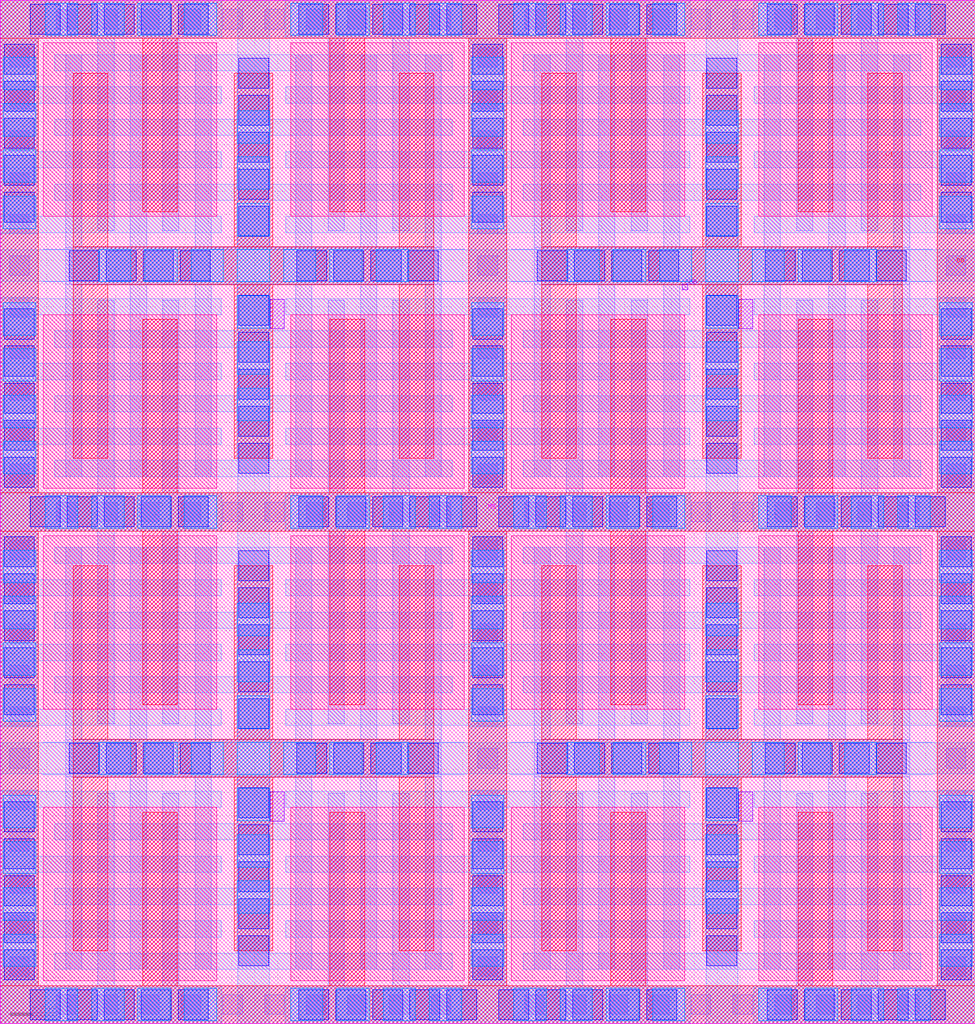
<source format=lef>
# Copyright 2020 The SkyWater PDK Authors
#
# Licensed under the Apache License, Version 2.0 (the "License");
# you may not use this file except in compliance with the License.
# You may obtain a copy of the License at
#
#     https://www.apache.org/licenses/LICENSE-2.0
#
# Unless required by applicable law or agreed to in writing, software
# distributed under the License is distributed on an "AS IS" BASIS,
# WITHOUT WARRANTIES OR CONDITIONS OF ANY KIND, either express or implied.
# See the License for the specific language governing permissions and
# limitations under the License.
#
# SPDX-License-Identifier: Apache-2.0

VERSION 5.7 ;
  NOWIREEXTENSIONATPIN ON ;
  DIVIDERCHAR "/" ;
  BUSBITCHARS "[]" ;
MACRO sky130_fd_pr__cap_vpp_04p4x04p6_m1m2m3_shieldl1m5_floatm4_top
  CLASS BLOCK ;
  FOREIGN sky130_fd_pr__cap_vpp_04p4x04p6_m1m2m3_shieldl1m5_floatm4_top ;
  ORIGIN  0.000000  0.000000 ;
  SIZE  8.430000 BY  8.850000 ;
  PIN C0
    PORT
      LAYER met3 ;
        RECT 0.000000 0.000000 8.430000 0.330000 ;
        RECT 0.000000 0.330000 0.330000 4.260000 ;
        RECT 0.000000 4.260000 8.430000 4.590000 ;
        RECT 0.000000 4.590000 0.330000 8.520000 ;
        RECT 0.000000 8.520000 8.430000 8.850000 ;
        RECT 1.230000 0.330000 1.530000 1.830000 ;
        RECT 1.230000 2.760000 1.530000 4.260000 ;
        RECT 1.230000 4.590000 1.530000 6.090000 ;
        RECT 1.230000 7.020000 1.530000 8.520000 ;
        RECT 2.850000 0.330000 3.150000 1.830000 ;
        RECT 2.850000 2.760000 3.150000 4.260000 ;
        RECT 2.850000 4.590000 3.150000 6.090000 ;
        RECT 2.850000 7.020000 3.150000 8.520000 ;
        RECT 4.050000 0.330000 4.380000 4.260000 ;
        RECT 4.050000 4.590000 4.380000 8.520000 ;
        RECT 5.280000 0.330000 5.580000 1.830000 ;
        RECT 5.280000 2.760000 5.580000 4.260000 ;
        RECT 5.280000 4.590000 5.580000 6.090000 ;
        RECT 5.280000 7.020000 5.580000 8.520000 ;
        RECT 6.900000 0.330000 7.200000 1.830000 ;
        RECT 6.900000 2.760000 7.200000 4.260000 ;
        RECT 6.900000 4.590000 7.200000 6.090000 ;
        RECT 6.900000 7.020000 7.200000 8.520000 ;
        RECT 8.100000 0.330000 8.430000 4.260000 ;
        RECT 8.100000 4.590000 8.430000 8.520000 ;
    END
  END C0
  PIN C1
    PORT
      LAYER met3 ;
        RECT 0.630000 0.630000 0.930000 2.130000 ;
        RECT 0.630000 2.130000 3.750000 2.460000 ;
        RECT 0.630000 2.460000 0.930000 3.960000 ;
        RECT 0.630000 4.890000 0.930000 6.390000 ;
        RECT 0.630000 6.390000 3.750000 6.720000 ;
        RECT 0.630000 6.720000 0.930000 8.220000 ;
        RECT 2.025000 0.630000 2.355000 2.130000 ;
        RECT 2.025000 2.460000 2.355000 3.960000 ;
        RECT 2.025000 4.890000 2.355000 6.390000 ;
        RECT 2.025000 6.720000 2.355000 8.220000 ;
        RECT 3.450000 0.630000 3.750000 2.130000 ;
        RECT 3.450000 2.460000 3.750000 3.960000 ;
        RECT 3.450000 4.890000 3.750000 6.390000 ;
        RECT 3.450000 6.720000 3.750000 8.220000 ;
        RECT 4.680000 0.630000 4.980000 2.130000 ;
        RECT 4.680000 2.130000 7.800000 2.460000 ;
        RECT 4.680000 2.460000 4.980000 3.960000 ;
        RECT 4.680000 4.890000 4.980000 6.390000 ;
        RECT 4.680000 6.390000 7.800000 6.720000 ;
        RECT 4.680000 6.720000 4.980000 8.220000 ;
        RECT 6.075000 0.630000 6.405000 2.130000 ;
        RECT 6.075000 2.460000 6.405000 3.960000 ;
        RECT 6.075000 4.890000 6.405000 6.390000 ;
        RECT 6.075000 6.720000 6.405000 8.220000 ;
        RECT 7.500000 0.630000 7.800000 2.130000 ;
        RECT 7.500000 2.460000 7.800000 3.960000 ;
        RECT 7.500000 4.890000 7.800000 6.390000 ;
        RECT 7.500000 6.720000 7.800000 8.220000 ;
    END
  END C1
  PIN M5
    PORT
      LAYER met5 ;
        RECT 0.000000 0.000000 8.430000 8.850000 ;
    END
  END M5
  PIN SUB
    PORT
      LAYER pwell ;
        RECT 5.895000 6.345000 5.945000 6.395000 ;
    END
  END SUB
  OBS
    LAYER li1 ;
      RECT 0.000000 0.000000 8.430000 8.850000 ;
    LAYER mcon ;
      RECT 0.080000 0.410000 0.250000 0.580000 ;
      RECT 0.080000 0.770000 0.250000 0.940000 ;
      RECT 0.080000 1.130000 0.250000 1.300000 ;
      RECT 0.080000 1.490000 0.250000 1.660000 ;
      RECT 0.080000 1.850000 0.250000 2.020000 ;
      RECT 0.080000 2.210000 0.250000 2.380000 ;
      RECT 0.080000 2.570000 0.250000 2.740000 ;
      RECT 0.080000 2.930000 0.250000 3.100000 ;
      RECT 0.080000 3.290000 0.250000 3.460000 ;
      RECT 0.080000 3.650000 0.250000 3.820000 ;
      RECT 0.080000 4.010000 0.250000 4.180000 ;
      RECT 0.080000 4.670000 0.250000 4.840000 ;
      RECT 0.080000 5.030000 0.250000 5.200000 ;
      RECT 0.080000 5.390000 0.250000 5.560000 ;
      RECT 0.080000 5.750000 0.250000 5.920000 ;
      RECT 0.080000 6.110000 0.250000 6.280000 ;
      RECT 0.080000 6.470000 0.250000 6.640000 ;
      RECT 0.080000 6.830000 0.250000 7.000000 ;
      RECT 0.080000 7.190000 0.250000 7.360000 ;
      RECT 0.080000 7.550000 0.250000 7.720000 ;
      RECT 0.080000 7.910000 0.250000 8.080000 ;
      RECT 0.080000 8.270000 0.250000 8.440000 ;
      RECT 0.485000 0.080000 0.655000 0.250000 ;
      RECT 0.485000 4.340000 0.655000 4.510000 ;
      RECT 0.485000 8.600000 0.655000 8.770000 ;
      RECT 0.845000 0.080000 1.015000 0.250000 ;
      RECT 0.845000 4.340000 1.015000 4.510000 ;
      RECT 0.845000 8.600000 1.015000 8.770000 ;
      RECT 1.205000 0.080000 1.375000 0.250000 ;
      RECT 1.205000 4.340000 1.375000 4.510000 ;
      RECT 1.205000 8.600000 1.375000 8.770000 ;
      RECT 1.565000 0.080000 1.735000 0.250000 ;
      RECT 1.565000 4.340000 1.735000 4.510000 ;
      RECT 1.565000 8.600000 1.735000 8.770000 ;
      RECT 1.925000 0.080000 2.095000 0.250000 ;
      RECT 1.925000 4.340000 2.095000 4.510000 ;
      RECT 1.925000 8.600000 2.095000 8.770000 ;
      RECT 2.285000 0.080000 2.455000 0.250000 ;
      RECT 2.285000 4.340000 2.455000 4.510000 ;
      RECT 2.285000 8.600000 2.455000 8.770000 ;
      RECT 2.645000 0.080000 2.815000 0.250000 ;
      RECT 2.645000 4.340000 2.815000 4.510000 ;
      RECT 2.645000 8.600000 2.815000 8.770000 ;
      RECT 3.005000 0.080000 3.175000 0.250000 ;
      RECT 3.005000 4.340000 3.175000 4.510000 ;
      RECT 3.005000 8.600000 3.175000 8.770000 ;
      RECT 3.365000 0.080000 3.535000 0.250000 ;
      RECT 3.365000 4.340000 3.535000 4.510000 ;
      RECT 3.365000 8.600000 3.535000 8.770000 ;
      RECT 3.725000 0.080000 3.895000 0.250000 ;
      RECT 3.725000 4.340000 3.895000 4.510000 ;
      RECT 3.725000 8.600000 3.895000 8.770000 ;
      RECT 4.130000 0.410000 4.300000 0.580000 ;
      RECT 4.130000 0.770000 4.300000 0.940000 ;
      RECT 4.130000 1.130000 4.300000 1.300000 ;
      RECT 4.130000 1.490000 4.300000 1.660000 ;
      RECT 4.130000 1.850000 4.300000 2.020000 ;
      RECT 4.130000 2.210000 4.300000 2.380000 ;
      RECT 4.130000 2.570000 4.300000 2.740000 ;
      RECT 4.130000 2.930000 4.300000 3.100000 ;
      RECT 4.130000 3.290000 4.300000 3.460000 ;
      RECT 4.130000 3.650000 4.300000 3.820000 ;
      RECT 4.130000 4.010000 4.300000 4.180000 ;
      RECT 4.130000 4.670000 4.300000 4.840000 ;
      RECT 4.130000 5.030000 4.300000 5.200000 ;
      RECT 4.130000 5.390000 4.300000 5.560000 ;
      RECT 4.130000 5.750000 4.300000 5.920000 ;
      RECT 4.130000 6.110000 4.300000 6.280000 ;
      RECT 4.130000 6.470000 4.300000 6.640000 ;
      RECT 4.130000 6.830000 4.300000 7.000000 ;
      RECT 4.130000 7.190000 4.300000 7.360000 ;
      RECT 4.130000 7.550000 4.300000 7.720000 ;
      RECT 4.130000 7.910000 4.300000 8.080000 ;
      RECT 4.130000 8.270000 4.300000 8.440000 ;
      RECT 4.535000 0.080000 4.705000 0.250000 ;
      RECT 4.535000 4.340000 4.705000 4.510000 ;
      RECT 4.535000 8.600000 4.705000 8.770000 ;
      RECT 4.895000 0.080000 5.065000 0.250000 ;
      RECT 4.895000 4.340000 5.065000 4.510000 ;
      RECT 4.895000 8.600000 5.065000 8.770000 ;
      RECT 5.255000 0.080000 5.425000 0.250000 ;
      RECT 5.255000 4.340000 5.425000 4.510000 ;
      RECT 5.255000 8.600000 5.425000 8.770000 ;
      RECT 5.615000 0.080000 5.785000 0.250000 ;
      RECT 5.615000 4.340000 5.785000 4.510000 ;
      RECT 5.615000 8.600000 5.785000 8.770000 ;
      RECT 5.975000 0.080000 6.145000 0.250000 ;
      RECT 5.975000 4.340000 6.145000 4.510000 ;
      RECT 5.975000 8.600000 6.145000 8.770000 ;
      RECT 6.335000 0.080000 6.505000 0.250000 ;
      RECT 6.335000 4.340000 6.505000 4.510000 ;
      RECT 6.335000 8.600000 6.505000 8.770000 ;
      RECT 6.695000 0.080000 6.865000 0.250000 ;
      RECT 6.695000 4.340000 6.865000 4.510000 ;
      RECT 6.695000 8.600000 6.865000 8.770000 ;
      RECT 7.055000 0.080000 7.225000 0.250000 ;
      RECT 7.055000 4.340000 7.225000 4.510000 ;
      RECT 7.055000 8.600000 7.225000 8.770000 ;
      RECT 7.415000 0.080000 7.585000 0.250000 ;
      RECT 7.415000 4.340000 7.585000 4.510000 ;
      RECT 7.415000 8.600000 7.585000 8.770000 ;
      RECT 7.775000 0.080000 7.945000 0.250000 ;
      RECT 7.775000 4.340000 7.945000 4.510000 ;
      RECT 7.775000 8.600000 7.945000 8.770000 ;
      RECT 8.180000 0.410000 8.350000 0.580000 ;
      RECT 8.180000 0.770000 8.350000 0.940000 ;
      RECT 8.180000 1.130000 8.350000 1.300000 ;
      RECT 8.180000 1.490000 8.350000 1.660000 ;
      RECT 8.180000 1.850000 8.350000 2.020000 ;
      RECT 8.180000 2.210000 8.350000 2.380000 ;
      RECT 8.180000 2.570000 8.350000 2.740000 ;
      RECT 8.180000 2.930000 8.350000 3.100000 ;
      RECT 8.180000 3.290000 8.350000 3.460000 ;
      RECT 8.180000 3.650000 8.350000 3.820000 ;
      RECT 8.180000 4.010000 8.350000 4.180000 ;
      RECT 8.180000 4.670000 8.350000 4.840000 ;
      RECT 8.180000 5.030000 8.350000 5.200000 ;
      RECT 8.180000 5.390000 8.350000 5.560000 ;
      RECT 8.180000 5.750000 8.350000 5.920000 ;
      RECT 8.180000 6.110000 8.350000 6.280000 ;
      RECT 8.180000 6.470000 8.350000 6.640000 ;
      RECT 8.180000 6.830000 8.350000 7.000000 ;
      RECT 8.180000 7.190000 8.350000 7.360000 ;
      RECT 8.180000 7.550000 8.350000 7.720000 ;
      RECT 8.180000 7.910000 8.350000 8.080000 ;
      RECT 8.180000 8.270000 8.350000 8.440000 ;
    LAYER met1 ;
      RECT 0.000000 0.000000 8.430000 0.330000 ;
      RECT 0.000000 0.330000 0.330000 4.260000 ;
      RECT 0.000000 4.260000 8.430000 4.590000 ;
      RECT 0.000000 4.590000 0.330000 8.520000 ;
      RECT 0.000000 8.520000 8.430000 8.850000 ;
      RECT 0.565000 0.470000 0.705000 2.135000 ;
      RECT 0.565000 2.135000 3.815000 2.455000 ;
      RECT 0.565000 2.455000 0.705000 4.120000 ;
      RECT 0.565000 4.730000 0.705000 6.395000 ;
      RECT 0.565000 6.395000 3.815000 6.715000 ;
      RECT 0.565000 6.715000 0.705000 8.380000 ;
      RECT 0.845000 0.330000 0.985000 1.995000 ;
      RECT 0.845000 2.595000 0.985000 4.260000 ;
      RECT 0.845000 4.590000 0.985000 6.255000 ;
      RECT 0.845000 6.855000 0.985000 8.520000 ;
      RECT 1.125000 0.470000 1.265000 2.135000 ;
      RECT 1.125000 2.455000 1.265000 4.120000 ;
      RECT 1.125000 4.730000 1.265000 6.395000 ;
      RECT 1.125000 6.715000 1.265000 8.380000 ;
      RECT 1.405000 0.330000 1.545000 1.995000 ;
      RECT 1.405000 2.595000 1.545000 4.260000 ;
      RECT 1.405000 4.590000 1.545000 6.255000 ;
      RECT 1.405000 6.855000 1.545000 8.520000 ;
      RECT 1.685000 0.470000 1.825000 2.135000 ;
      RECT 1.685000 2.455000 1.825000 4.120000 ;
      RECT 1.685000 4.730000 1.825000 6.395000 ;
      RECT 1.685000 6.715000 1.825000 8.380000 ;
      RECT 2.055000 0.470000 2.325000 2.135000 ;
      RECT 2.055000 2.455000 2.325000 4.120000 ;
      RECT 2.055000 4.730000 2.325000 6.395000 ;
      RECT 2.055000 6.715000 2.325000 8.380000 ;
      RECT 2.555000 0.470000 2.695000 2.135000 ;
      RECT 2.555000 2.455000 2.695000 4.120000 ;
      RECT 2.555000 4.730000 2.695000 6.395000 ;
      RECT 2.555000 6.715000 2.695000 8.380000 ;
      RECT 2.835000 0.330000 2.975000 1.995000 ;
      RECT 2.835000 2.595000 2.975000 4.260000 ;
      RECT 2.835000 4.590000 2.975000 6.255000 ;
      RECT 2.835000 6.855000 2.975000 8.520000 ;
      RECT 3.115000 0.470000 3.255000 2.135000 ;
      RECT 3.115000 2.455000 3.255000 4.120000 ;
      RECT 3.115000 4.730000 3.255000 6.395000 ;
      RECT 3.115000 6.715000 3.255000 8.380000 ;
      RECT 3.395000 0.330000 3.535000 1.995000 ;
      RECT 3.395000 2.595000 3.535000 4.260000 ;
      RECT 3.395000 4.590000 3.535000 6.255000 ;
      RECT 3.395000 6.855000 3.535000 8.520000 ;
      RECT 3.675000 0.470000 3.815000 2.135000 ;
      RECT 3.675000 2.455000 3.815000 4.120000 ;
      RECT 3.675000 4.730000 3.815000 6.395000 ;
      RECT 3.675000 6.715000 3.815000 8.380000 ;
      RECT 4.050000 0.330000 4.380000 4.260000 ;
      RECT 4.050000 4.590000 4.380000 8.520000 ;
      RECT 4.615000 0.470000 4.755000 2.135000 ;
      RECT 4.615000 2.135000 7.865000 2.455000 ;
      RECT 4.615000 2.455000 4.755000 4.120000 ;
      RECT 4.615000 4.730000 4.755000 6.395000 ;
      RECT 4.615000 6.395000 7.865000 6.715000 ;
      RECT 4.615000 6.715000 4.755000 8.380000 ;
      RECT 4.895000 0.330000 5.035000 1.995000 ;
      RECT 4.895000 2.595000 5.035000 4.260000 ;
      RECT 4.895000 4.590000 5.035000 6.255000 ;
      RECT 4.895000 6.855000 5.035000 8.520000 ;
      RECT 5.175000 0.470000 5.315000 2.135000 ;
      RECT 5.175000 2.455000 5.315000 4.120000 ;
      RECT 5.175000 4.730000 5.315000 6.395000 ;
      RECT 5.175000 6.715000 5.315000 8.380000 ;
      RECT 5.455000 0.330000 5.595000 1.995000 ;
      RECT 5.455000 2.595000 5.595000 4.260000 ;
      RECT 5.455000 4.590000 5.595000 6.255000 ;
      RECT 5.455000 6.855000 5.595000 8.520000 ;
      RECT 5.735000 0.470000 5.875000 2.135000 ;
      RECT 5.735000 2.455000 5.875000 4.120000 ;
      RECT 5.735000 4.730000 5.875000 6.395000 ;
      RECT 5.735000 6.715000 5.875000 8.380000 ;
      RECT 6.105000 0.470000 6.375000 2.135000 ;
      RECT 6.105000 2.455000 6.375000 4.120000 ;
      RECT 6.105000 4.730000 6.375000 6.395000 ;
      RECT 6.105000 6.715000 6.375000 8.380000 ;
      RECT 6.605000 0.470000 6.745000 2.135000 ;
      RECT 6.605000 2.455000 6.745000 4.120000 ;
      RECT 6.605000 4.730000 6.745000 6.395000 ;
      RECT 6.605000 6.715000 6.745000 8.380000 ;
      RECT 6.885000 0.330000 7.025000 1.995000 ;
      RECT 6.885000 2.595000 7.025000 4.260000 ;
      RECT 6.885000 4.590000 7.025000 6.255000 ;
      RECT 6.885000 6.855000 7.025000 8.520000 ;
      RECT 7.165000 0.470000 7.305000 2.135000 ;
      RECT 7.165000 2.455000 7.305000 4.120000 ;
      RECT 7.165000 4.730000 7.305000 6.395000 ;
      RECT 7.165000 6.715000 7.305000 8.380000 ;
      RECT 7.445000 0.330000 7.585000 1.995000 ;
      RECT 7.445000 2.595000 7.585000 4.260000 ;
      RECT 7.445000 4.590000 7.585000 6.255000 ;
      RECT 7.445000 6.855000 7.585000 8.520000 ;
      RECT 7.725000 0.470000 7.865000 2.135000 ;
      RECT 7.725000 2.455000 7.865000 4.120000 ;
      RECT 7.725000 4.730000 7.865000 6.395000 ;
      RECT 7.725000 6.715000 7.865000 8.380000 ;
      RECT 8.100000 0.330000 8.430000 4.260000 ;
      RECT 8.100000 4.590000 8.430000 8.520000 ;
    LAYER met2 ;
      RECT 0.000000 0.000000 1.915000 0.330000 ;
      RECT 0.000000 0.330000 0.330000 0.750000 ;
      RECT 0.000000 0.750000 1.910000 0.890000 ;
      RECT 0.000000 0.890000 0.330000 1.310000 ;
      RECT 0.000000 1.310000 1.910000 1.450000 ;
      RECT 0.000000 1.450000 0.330000 1.870000 ;
      RECT 0.000000 1.870000 1.910000 2.010000 ;
      RECT 0.000000 2.010000 0.330000 2.020000 ;
      RECT 0.000000 2.160000 8.430000 2.430000 ;
      RECT 0.000000 2.570000 0.330000 2.580000 ;
      RECT 0.000000 2.580000 1.910000 2.720000 ;
      RECT 0.000000 2.720000 0.330000 3.140000 ;
      RECT 0.000000 3.140000 1.910000 3.280000 ;
      RECT 0.000000 3.280000 0.330000 3.700000 ;
      RECT 0.000000 3.700000 1.910000 3.840000 ;
      RECT 0.000000 3.840000 0.330000 4.260000 ;
      RECT 0.000000 4.260000 1.915000 4.590000 ;
      RECT 0.000000 4.590000 0.330000 5.010000 ;
      RECT 0.000000 5.010000 1.910000 5.150000 ;
      RECT 0.000000 5.150000 0.330000 5.570000 ;
      RECT 0.000000 5.570000 1.910000 5.710000 ;
      RECT 0.000000 5.710000 0.330000 6.130000 ;
      RECT 0.000000 6.130000 1.910000 6.270000 ;
      RECT 0.000000 6.270000 0.330000 6.280000 ;
      RECT 0.000000 6.420000 8.430000 6.690000 ;
      RECT 0.000000 6.830000 0.330000 6.840000 ;
      RECT 0.000000 6.840000 1.910000 6.980000 ;
      RECT 0.000000 6.980000 0.330000 7.400000 ;
      RECT 0.000000 7.400000 1.910000 7.540000 ;
      RECT 0.000000 7.540000 0.330000 7.960000 ;
      RECT 0.000000 7.960000 1.910000 8.100000 ;
      RECT 0.000000 8.100000 0.330000 8.520000 ;
      RECT 0.000000 8.520000 1.915000 8.850000 ;
      RECT 0.370000 2.155000 4.010000 2.160000 ;
      RECT 0.370000 2.430000 4.010000 2.435000 ;
      RECT 0.370000 6.415000 4.010000 6.420000 ;
      RECT 0.370000 6.690000 4.010000 6.695000 ;
      RECT 0.470000 0.470000 3.910000 0.610000 ;
      RECT 0.470000 1.030000 3.910000 1.170000 ;
      RECT 0.470000 1.590000 3.910000 1.730000 ;
      RECT 0.470000 2.860000 3.910000 3.000000 ;
      RECT 0.470000 3.420000 3.910000 3.560000 ;
      RECT 0.470000 3.980000 3.910000 4.120000 ;
      RECT 0.470000 4.730000 3.910000 4.870000 ;
      RECT 0.470000 5.290000 3.910000 5.430000 ;
      RECT 0.470000 5.850000 3.910000 5.990000 ;
      RECT 0.470000 7.120000 3.910000 7.260000 ;
      RECT 0.470000 7.680000 3.910000 7.820000 ;
      RECT 0.470000 8.240000 3.910000 8.380000 ;
      RECT 2.050000 0.610000 2.330000 1.030000 ;
      RECT 2.050000 1.170000 2.330000 1.590000 ;
      RECT 2.050000 1.730000 2.330000 2.155000 ;
      RECT 2.050000 2.435000 2.330000 2.860000 ;
      RECT 2.050000 3.000000 2.330000 3.420000 ;
      RECT 2.050000 3.560000 2.330000 3.980000 ;
      RECT 2.050000 4.870000 2.330000 5.290000 ;
      RECT 2.050000 5.430000 2.330000 5.850000 ;
      RECT 2.050000 5.990000 2.330000 6.415000 ;
      RECT 2.050000 6.695000 2.330000 7.120000 ;
      RECT 2.050000 7.260000 2.330000 7.680000 ;
      RECT 2.050000 7.820000 2.330000 8.240000 ;
      RECT 2.055000 0.000000 2.325000 0.470000 ;
      RECT 2.055000 4.120000 2.325000 4.730000 ;
      RECT 2.055000 8.380000 2.325000 8.850000 ;
      RECT 2.465000 0.000000 5.965000 0.330000 ;
      RECT 2.465000 4.260000 5.965000 4.590000 ;
      RECT 2.465000 8.520000 5.965000 8.850000 ;
      RECT 2.470000 0.750000 5.960000 0.890000 ;
      RECT 2.470000 1.310000 5.960000 1.450000 ;
      RECT 2.470000 1.870000 5.960000 2.010000 ;
      RECT 2.470000 2.580000 5.960000 2.720000 ;
      RECT 2.470000 3.140000 5.960000 3.280000 ;
      RECT 2.470000 3.700000 5.960000 3.840000 ;
      RECT 2.470000 5.010000 5.960000 5.150000 ;
      RECT 2.470000 5.570000 5.960000 5.710000 ;
      RECT 2.470000 6.130000 5.960000 6.270000 ;
      RECT 2.470000 6.840000 5.960000 6.980000 ;
      RECT 2.470000 7.400000 5.960000 7.540000 ;
      RECT 2.470000 7.960000 5.960000 8.100000 ;
      RECT 4.050000 0.330000 4.380000 0.750000 ;
      RECT 4.050000 0.890000 4.380000 1.310000 ;
      RECT 4.050000 1.450000 4.380000 1.870000 ;
      RECT 4.050000 2.010000 4.380000 2.020000 ;
      RECT 4.050000 2.570000 4.380000 2.580000 ;
      RECT 4.050000 2.720000 4.380000 3.140000 ;
      RECT 4.050000 3.280000 4.380000 3.700000 ;
      RECT 4.050000 3.840000 4.380000 4.260000 ;
      RECT 4.050000 4.590000 4.380000 5.010000 ;
      RECT 4.050000 5.150000 4.380000 5.570000 ;
      RECT 4.050000 5.710000 4.380000 6.130000 ;
      RECT 4.050000 6.270000 4.380000 6.280000 ;
      RECT 4.050000 6.830000 4.380000 6.840000 ;
      RECT 4.050000 6.980000 4.380000 7.400000 ;
      RECT 4.050000 7.540000 4.380000 7.960000 ;
      RECT 4.050000 8.100000 4.380000 8.520000 ;
      RECT 4.420000 2.155000 8.060000 2.160000 ;
      RECT 4.420000 2.430000 8.060000 2.435000 ;
      RECT 4.420000 6.415000 8.060000 6.420000 ;
      RECT 4.420000 6.690000 8.060000 6.695000 ;
      RECT 4.520000 0.470000 7.960000 0.610000 ;
      RECT 4.520000 1.030000 7.960000 1.170000 ;
      RECT 4.520000 1.590000 7.960000 1.730000 ;
      RECT 4.520000 2.860000 7.960000 3.000000 ;
      RECT 4.520000 3.420000 7.960000 3.560000 ;
      RECT 4.520000 3.980000 7.960000 4.120000 ;
      RECT 4.520000 4.730000 7.960000 4.870000 ;
      RECT 4.520000 5.290000 7.960000 5.430000 ;
      RECT 4.520000 5.850000 7.960000 5.990000 ;
      RECT 4.520000 7.120000 7.960000 7.260000 ;
      RECT 4.520000 7.680000 7.960000 7.820000 ;
      RECT 4.520000 8.240000 7.960000 8.380000 ;
      RECT 6.100000 0.610000 6.380000 1.030000 ;
      RECT 6.100000 1.170000 6.380000 1.590000 ;
      RECT 6.100000 1.730000 6.380000 2.155000 ;
      RECT 6.100000 2.435000 6.380000 2.860000 ;
      RECT 6.100000 3.000000 6.380000 3.420000 ;
      RECT 6.100000 3.560000 6.380000 3.980000 ;
      RECT 6.100000 4.870000 6.380000 5.290000 ;
      RECT 6.100000 5.430000 6.380000 5.850000 ;
      RECT 6.100000 5.990000 6.380000 6.415000 ;
      RECT 6.100000 6.695000 6.380000 7.120000 ;
      RECT 6.100000 7.260000 6.380000 7.680000 ;
      RECT 6.100000 7.820000 6.380000 8.240000 ;
      RECT 6.105000 0.000000 6.375000 0.470000 ;
      RECT 6.105000 4.120000 6.375000 4.730000 ;
      RECT 6.105000 8.380000 6.375000 8.850000 ;
      RECT 6.515000 0.000000 8.430000 0.330000 ;
      RECT 6.515000 4.260000 8.430000 4.590000 ;
      RECT 6.515000 8.520000 8.430000 8.850000 ;
      RECT 6.520000 0.750000 8.430000 0.890000 ;
      RECT 6.520000 1.310000 8.430000 1.450000 ;
      RECT 6.520000 1.870000 8.430000 2.010000 ;
      RECT 6.520000 2.580000 8.430000 2.720000 ;
      RECT 6.520000 3.140000 8.430000 3.280000 ;
      RECT 6.520000 3.700000 8.430000 3.840000 ;
      RECT 6.520000 5.010000 8.430000 5.150000 ;
      RECT 6.520000 5.570000 8.430000 5.710000 ;
      RECT 6.520000 6.130000 8.430000 6.270000 ;
      RECT 6.520000 6.840000 8.430000 6.980000 ;
      RECT 6.520000 7.400000 8.430000 7.540000 ;
      RECT 6.520000 7.960000 8.430000 8.100000 ;
      RECT 8.100000 0.330000 8.430000 0.750000 ;
      RECT 8.100000 0.890000 8.430000 1.310000 ;
      RECT 8.100000 1.450000 8.430000 1.870000 ;
      RECT 8.100000 2.010000 8.430000 2.020000 ;
      RECT 8.100000 2.570000 8.430000 2.580000 ;
      RECT 8.100000 2.720000 8.430000 3.140000 ;
      RECT 8.100000 3.280000 8.430000 3.700000 ;
      RECT 8.100000 3.840000 8.430000 4.260000 ;
      RECT 8.100000 4.590000 8.430000 5.010000 ;
      RECT 8.100000 5.150000 8.430000 5.570000 ;
      RECT 8.100000 5.710000 8.430000 6.130000 ;
      RECT 8.100000 6.270000 8.430000 6.280000 ;
      RECT 8.100000 6.830000 8.430000 6.840000 ;
      RECT 8.100000 6.980000 8.430000 7.400000 ;
      RECT 8.100000 7.540000 8.430000 7.960000 ;
      RECT 8.100000 8.100000 8.430000 8.520000 ;
    LAYER met4 ;
      RECT 0.370000 0.370000 1.870000 1.870000 ;
      RECT 0.370000 2.720000 1.870000 4.220000 ;
      RECT 0.370000 4.630000 1.870000 6.130000 ;
      RECT 0.370000 6.980000 1.870000 8.480000 ;
      RECT 2.510000 0.370000 4.010000 1.870000 ;
      RECT 2.510000 2.720000 4.010000 4.220000 ;
      RECT 2.510000 4.630000 4.010000 6.130000 ;
      RECT 2.510000 6.980000 4.010000 8.480000 ;
      RECT 4.420000 0.370000 5.920000 1.870000 ;
      RECT 4.420000 2.720000 5.920000 4.220000 ;
      RECT 4.420000 4.630000 5.920000 6.130000 ;
      RECT 4.420000 6.980000 5.920000 8.480000 ;
      RECT 6.560000 0.370000 8.060000 1.870000 ;
      RECT 6.560000 2.720000 8.060000 4.220000 ;
      RECT 6.560000 4.630000 8.060000 6.130000 ;
      RECT 6.560000 6.980000 8.060000 8.480000 ;
    LAYER pwell ;
      RECT 2.335000 1.750000 2.455000 2.005000 ;
      RECT 2.335000 6.010000 2.455000 6.265000 ;
      RECT 6.385000 1.750000 6.505000 2.005000 ;
      RECT 6.385000 6.010000 6.505000 6.265000 ;
    LAYER via ;
      RECT 0.035000 0.380000 0.295000 0.640000 ;
      RECT 0.035000 0.700000 0.295000 0.960000 ;
      RECT 0.035000 1.020000 0.295000 1.280000 ;
      RECT 0.035000 1.340000 0.295000 1.600000 ;
      RECT 0.035000 1.660000 0.295000 1.920000 ;
      RECT 0.035000 2.670000 0.295000 2.930000 ;
      RECT 0.035000 2.990000 0.295000 3.250000 ;
      RECT 0.035000 3.310000 0.295000 3.570000 ;
      RECT 0.035000 3.630000 0.295000 3.890000 ;
      RECT 0.035000 3.950000 0.295000 4.210000 ;
      RECT 0.035000 4.640000 0.295000 4.900000 ;
      RECT 0.035000 4.960000 0.295000 5.220000 ;
      RECT 0.035000 5.280000 0.295000 5.540000 ;
      RECT 0.035000 5.600000 0.295000 5.860000 ;
      RECT 0.035000 5.920000 0.295000 6.180000 ;
      RECT 0.035000 6.930000 0.295000 7.190000 ;
      RECT 0.035000 7.250000 0.295000 7.510000 ;
      RECT 0.035000 7.570000 0.295000 7.830000 ;
      RECT 0.035000 7.890000 0.295000 8.150000 ;
      RECT 0.035000 8.210000 0.295000 8.470000 ;
      RECT 0.260000 0.035000 0.520000 0.295000 ;
      RECT 0.260000 4.295000 0.520000 4.555000 ;
      RECT 0.260000 8.555000 0.520000 8.815000 ;
      RECT 0.580000 0.035000 0.840000 0.295000 ;
      RECT 0.580000 4.295000 0.840000 4.555000 ;
      RECT 0.580000 8.555000 0.840000 8.815000 ;
      RECT 0.595000 2.165000 0.855000 2.425000 ;
      RECT 0.595000 6.425000 0.855000 6.685000 ;
      RECT 0.900000 0.035000 1.160000 0.295000 ;
      RECT 0.900000 4.295000 1.160000 4.555000 ;
      RECT 0.900000 8.555000 1.160000 8.815000 ;
      RECT 0.915000 2.165000 1.175000 2.425000 ;
      RECT 0.915000 6.425000 1.175000 6.685000 ;
      RECT 1.220000 0.035000 1.480000 0.295000 ;
      RECT 1.220000 4.295000 1.480000 4.555000 ;
      RECT 1.220000 8.555000 1.480000 8.815000 ;
      RECT 1.235000 2.165000 1.495000 2.425000 ;
      RECT 1.235000 6.425000 1.495000 6.685000 ;
      RECT 1.540000 0.035000 1.800000 0.295000 ;
      RECT 1.540000 4.295000 1.800000 4.555000 ;
      RECT 1.540000 8.555000 1.800000 8.815000 ;
      RECT 1.555000 2.165000 1.815000 2.425000 ;
      RECT 1.555000 6.425000 1.815000 6.685000 ;
      RECT 2.060000 0.500000 2.320000 0.760000 ;
      RECT 2.060000 0.820000 2.320000 1.080000 ;
      RECT 2.060000 1.140000 2.320000 1.400000 ;
      RECT 2.060000 1.460000 2.320000 1.720000 ;
      RECT 2.060000 1.780000 2.320000 2.040000 ;
      RECT 2.060000 2.550000 2.320000 2.810000 ;
      RECT 2.060000 2.870000 2.320000 3.130000 ;
      RECT 2.060000 3.190000 2.320000 3.450000 ;
      RECT 2.060000 3.510000 2.320000 3.770000 ;
      RECT 2.060000 3.830000 2.320000 4.090000 ;
      RECT 2.060000 4.760000 2.320000 5.020000 ;
      RECT 2.060000 5.080000 2.320000 5.340000 ;
      RECT 2.060000 5.400000 2.320000 5.660000 ;
      RECT 2.060000 5.720000 2.320000 5.980000 ;
      RECT 2.060000 6.040000 2.320000 6.300000 ;
      RECT 2.060000 6.810000 2.320000 7.070000 ;
      RECT 2.060000 7.130000 2.320000 7.390000 ;
      RECT 2.060000 7.450000 2.320000 7.710000 ;
      RECT 2.060000 7.770000 2.320000 8.030000 ;
      RECT 2.060000 8.090000 2.320000 8.350000 ;
      RECT 2.565000 2.165000 2.825000 2.425000 ;
      RECT 2.565000 6.425000 2.825000 6.685000 ;
      RECT 2.580000 0.035000 2.840000 0.295000 ;
      RECT 2.580000 4.295000 2.840000 4.555000 ;
      RECT 2.580000 8.555000 2.840000 8.815000 ;
      RECT 2.885000 2.165000 3.145000 2.425000 ;
      RECT 2.885000 6.425000 3.145000 6.685000 ;
      RECT 2.900000 0.035000 3.160000 0.295000 ;
      RECT 2.900000 4.295000 3.160000 4.555000 ;
      RECT 2.900000 8.555000 3.160000 8.815000 ;
      RECT 3.205000 2.165000 3.465000 2.425000 ;
      RECT 3.205000 6.425000 3.465000 6.685000 ;
      RECT 3.220000 0.035000 3.480000 0.295000 ;
      RECT 3.220000 4.295000 3.480000 4.555000 ;
      RECT 3.220000 8.555000 3.480000 8.815000 ;
      RECT 3.525000 2.165000 3.785000 2.425000 ;
      RECT 3.525000 6.425000 3.785000 6.685000 ;
      RECT 3.540000 0.035000 3.800000 0.295000 ;
      RECT 3.540000 4.295000 3.800000 4.555000 ;
      RECT 3.540000 8.555000 3.800000 8.815000 ;
      RECT 3.860000 0.035000 4.120000 0.295000 ;
      RECT 3.860000 4.295000 4.120000 4.555000 ;
      RECT 3.860000 8.555000 4.120000 8.815000 ;
      RECT 4.085000 0.380000 4.345000 0.640000 ;
      RECT 4.085000 0.700000 4.345000 0.960000 ;
      RECT 4.085000 1.020000 4.345000 1.280000 ;
      RECT 4.085000 1.340000 4.345000 1.600000 ;
      RECT 4.085000 1.660000 4.345000 1.920000 ;
      RECT 4.085000 2.670000 4.345000 2.930000 ;
      RECT 4.085000 2.990000 4.345000 3.250000 ;
      RECT 4.085000 3.310000 4.345000 3.570000 ;
      RECT 4.085000 3.630000 4.345000 3.890000 ;
      RECT 4.085000 3.950000 4.345000 4.210000 ;
      RECT 4.085000 4.640000 4.345000 4.900000 ;
      RECT 4.085000 4.960000 4.345000 5.220000 ;
      RECT 4.085000 5.280000 4.345000 5.540000 ;
      RECT 4.085000 5.600000 4.345000 5.860000 ;
      RECT 4.085000 5.920000 4.345000 6.180000 ;
      RECT 4.085000 6.930000 4.345000 7.190000 ;
      RECT 4.085000 7.250000 4.345000 7.510000 ;
      RECT 4.085000 7.570000 4.345000 7.830000 ;
      RECT 4.085000 7.890000 4.345000 8.150000 ;
      RECT 4.085000 8.210000 4.345000 8.470000 ;
      RECT 4.310000 0.035000 4.570000 0.295000 ;
      RECT 4.310000 4.295000 4.570000 4.555000 ;
      RECT 4.310000 8.555000 4.570000 8.815000 ;
      RECT 4.630000 0.035000 4.890000 0.295000 ;
      RECT 4.630000 4.295000 4.890000 4.555000 ;
      RECT 4.630000 8.555000 4.890000 8.815000 ;
      RECT 4.645000 2.165000 4.905000 2.425000 ;
      RECT 4.645000 6.425000 4.905000 6.685000 ;
      RECT 4.950000 0.035000 5.210000 0.295000 ;
      RECT 4.950000 4.295000 5.210000 4.555000 ;
      RECT 4.950000 8.555000 5.210000 8.815000 ;
      RECT 4.965000 2.165000 5.225000 2.425000 ;
      RECT 4.965000 6.425000 5.225000 6.685000 ;
      RECT 5.270000 0.035000 5.530000 0.295000 ;
      RECT 5.270000 4.295000 5.530000 4.555000 ;
      RECT 5.270000 8.555000 5.530000 8.815000 ;
      RECT 5.285000 2.165000 5.545000 2.425000 ;
      RECT 5.285000 6.425000 5.545000 6.685000 ;
      RECT 5.590000 0.035000 5.850000 0.295000 ;
      RECT 5.590000 4.295000 5.850000 4.555000 ;
      RECT 5.590000 8.555000 5.850000 8.815000 ;
      RECT 5.605000 2.165000 5.865000 2.425000 ;
      RECT 5.605000 6.425000 5.865000 6.685000 ;
      RECT 6.110000 0.500000 6.370000 0.760000 ;
      RECT 6.110000 0.820000 6.370000 1.080000 ;
      RECT 6.110000 1.140000 6.370000 1.400000 ;
      RECT 6.110000 1.460000 6.370000 1.720000 ;
      RECT 6.110000 1.780000 6.370000 2.040000 ;
      RECT 6.110000 2.550000 6.370000 2.810000 ;
      RECT 6.110000 2.870000 6.370000 3.130000 ;
      RECT 6.110000 3.190000 6.370000 3.450000 ;
      RECT 6.110000 3.510000 6.370000 3.770000 ;
      RECT 6.110000 3.830000 6.370000 4.090000 ;
      RECT 6.110000 4.760000 6.370000 5.020000 ;
      RECT 6.110000 5.080000 6.370000 5.340000 ;
      RECT 6.110000 5.400000 6.370000 5.660000 ;
      RECT 6.110000 5.720000 6.370000 5.980000 ;
      RECT 6.110000 6.040000 6.370000 6.300000 ;
      RECT 6.110000 6.810000 6.370000 7.070000 ;
      RECT 6.110000 7.130000 6.370000 7.390000 ;
      RECT 6.110000 7.450000 6.370000 7.710000 ;
      RECT 6.110000 7.770000 6.370000 8.030000 ;
      RECT 6.110000 8.090000 6.370000 8.350000 ;
      RECT 6.615000 2.165000 6.875000 2.425000 ;
      RECT 6.615000 6.425000 6.875000 6.685000 ;
      RECT 6.630000 0.035000 6.890000 0.295000 ;
      RECT 6.630000 4.295000 6.890000 4.555000 ;
      RECT 6.630000 8.555000 6.890000 8.815000 ;
      RECT 6.935000 2.165000 7.195000 2.425000 ;
      RECT 6.935000 6.425000 7.195000 6.685000 ;
      RECT 6.950000 0.035000 7.210000 0.295000 ;
      RECT 6.950000 4.295000 7.210000 4.555000 ;
      RECT 6.950000 8.555000 7.210000 8.815000 ;
      RECT 7.255000 2.165000 7.515000 2.425000 ;
      RECT 7.255000 6.425000 7.515000 6.685000 ;
      RECT 7.270000 0.035000 7.530000 0.295000 ;
      RECT 7.270000 4.295000 7.530000 4.555000 ;
      RECT 7.270000 8.555000 7.530000 8.815000 ;
      RECT 7.575000 2.165000 7.835000 2.425000 ;
      RECT 7.575000 6.425000 7.835000 6.685000 ;
      RECT 7.590000 0.035000 7.850000 0.295000 ;
      RECT 7.590000 4.295000 7.850000 4.555000 ;
      RECT 7.590000 8.555000 7.850000 8.815000 ;
      RECT 7.910000 0.035000 8.170000 0.295000 ;
      RECT 7.910000 4.295000 8.170000 4.555000 ;
      RECT 7.910000 8.555000 8.170000 8.815000 ;
      RECT 8.135000 0.380000 8.395000 0.640000 ;
      RECT 8.135000 0.700000 8.395000 0.960000 ;
      RECT 8.135000 1.020000 8.395000 1.280000 ;
      RECT 8.135000 1.340000 8.395000 1.600000 ;
      RECT 8.135000 1.660000 8.395000 1.920000 ;
      RECT 8.135000 2.670000 8.395000 2.930000 ;
      RECT 8.135000 2.990000 8.395000 3.250000 ;
      RECT 8.135000 3.310000 8.395000 3.570000 ;
      RECT 8.135000 3.630000 8.395000 3.890000 ;
      RECT 8.135000 3.950000 8.395000 4.210000 ;
      RECT 8.135000 4.640000 8.395000 4.900000 ;
      RECT 8.135000 4.960000 8.395000 5.220000 ;
      RECT 8.135000 5.280000 8.395000 5.540000 ;
      RECT 8.135000 5.600000 8.395000 5.860000 ;
      RECT 8.135000 5.920000 8.395000 6.180000 ;
      RECT 8.135000 6.930000 8.395000 7.190000 ;
      RECT 8.135000 7.250000 8.395000 7.510000 ;
      RECT 8.135000 7.570000 8.395000 7.830000 ;
      RECT 8.135000 7.890000 8.395000 8.150000 ;
      RECT 8.135000 8.210000 8.395000 8.470000 ;
    LAYER via2 ;
      RECT 0.025000 0.495000 0.305000 0.775000 ;
      RECT 0.025000 0.895000 0.305000 1.175000 ;
      RECT 0.025000 1.295000 0.305000 1.575000 ;
      RECT 0.025000 1.695000 0.305000 1.975000 ;
      RECT 0.025000 2.615000 0.305000 2.895000 ;
      RECT 0.025000 3.015000 0.305000 3.295000 ;
      RECT 0.025000 3.415000 0.305000 3.695000 ;
      RECT 0.025000 3.815000 0.305000 4.095000 ;
      RECT 0.025000 4.755000 0.305000 5.035000 ;
      RECT 0.025000 5.155000 0.305000 5.435000 ;
      RECT 0.025000 5.555000 0.305000 5.835000 ;
      RECT 0.025000 5.955000 0.305000 6.235000 ;
      RECT 0.025000 6.875000 0.305000 7.155000 ;
      RECT 0.025000 7.275000 0.305000 7.555000 ;
      RECT 0.025000 7.675000 0.305000 7.955000 ;
      RECT 0.025000 8.075000 0.305000 8.355000 ;
      RECT 0.390000 0.025000 0.670000 0.305000 ;
      RECT 0.390000 4.285000 0.670000 4.565000 ;
      RECT 0.390000 8.545000 0.670000 8.825000 ;
      RECT 0.790000 0.025000 1.070000 0.305000 ;
      RECT 0.790000 4.285000 1.070000 4.565000 ;
      RECT 0.790000 8.545000 1.070000 8.825000 ;
      RECT 0.850000 2.155000 1.130000 2.435000 ;
      RECT 0.850000 6.415000 1.130000 6.695000 ;
      RECT 1.190000 0.025000 1.470000 0.305000 ;
      RECT 1.190000 4.285000 1.470000 4.565000 ;
      RECT 1.190000 8.545000 1.470000 8.825000 ;
      RECT 1.250000 2.155000 1.530000 2.435000 ;
      RECT 1.250000 6.415000 1.530000 6.695000 ;
      RECT 1.590000 0.025000 1.870000 0.305000 ;
      RECT 1.590000 4.285000 1.870000 4.565000 ;
      RECT 1.590000 8.545000 1.870000 8.825000 ;
      RECT 1.650000 2.155000 1.930000 2.435000 ;
      RECT 1.650000 6.415000 1.930000 6.695000 ;
      RECT 2.050000 0.955000 2.330000 1.235000 ;
      RECT 2.050000 1.355000 2.330000 1.635000 ;
      RECT 2.050000 1.755000 2.330000 2.035000 ;
      RECT 2.050000 2.155000 2.330000 2.435000 ;
      RECT 2.050000 2.555000 2.330000 2.835000 ;
      RECT 2.050000 2.955000 2.330000 3.235000 ;
      RECT 2.050000 3.355000 2.330000 3.635000 ;
      RECT 2.050000 5.215000 2.330000 5.495000 ;
      RECT 2.050000 5.615000 2.330000 5.895000 ;
      RECT 2.050000 6.015000 2.330000 6.295000 ;
      RECT 2.050000 6.415000 2.330000 6.695000 ;
      RECT 2.050000 6.815000 2.330000 7.095000 ;
      RECT 2.050000 7.215000 2.330000 7.495000 ;
      RECT 2.050000 7.615000 2.330000 7.895000 ;
      RECT 2.450000 2.155000 2.730000 2.435000 ;
      RECT 2.450000 6.415000 2.730000 6.695000 ;
      RECT 2.510000 0.025000 2.790000 0.305000 ;
      RECT 2.510000 4.285000 2.790000 4.565000 ;
      RECT 2.510000 8.545000 2.790000 8.825000 ;
      RECT 2.850000 2.155000 3.130000 2.435000 ;
      RECT 2.850000 6.415000 3.130000 6.695000 ;
      RECT 2.910000 0.025000 3.190000 0.305000 ;
      RECT 2.910000 4.285000 3.190000 4.565000 ;
      RECT 2.910000 8.545000 3.190000 8.825000 ;
      RECT 3.250000 2.155000 3.530000 2.435000 ;
      RECT 3.250000 6.415000 3.530000 6.695000 ;
      RECT 3.310000 0.025000 3.590000 0.305000 ;
      RECT 3.310000 4.285000 3.590000 4.565000 ;
      RECT 3.310000 8.545000 3.590000 8.825000 ;
      RECT 3.710000 0.025000 3.990000 0.305000 ;
      RECT 3.710000 4.285000 3.990000 4.565000 ;
      RECT 3.710000 8.545000 3.990000 8.825000 ;
      RECT 4.075000 0.495000 4.355000 0.775000 ;
      RECT 4.075000 0.895000 4.355000 1.175000 ;
      RECT 4.075000 1.295000 4.355000 1.575000 ;
      RECT 4.075000 1.695000 4.355000 1.975000 ;
      RECT 4.075000 2.615000 4.355000 2.895000 ;
      RECT 4.075000 3.015000 4.355000 3.295000 ;
      RECT 4.075000 3.415000 4.355000 3.695000 ;
      RECT 4.075000 3.815000 4.355000 4.095000 ;
      RECT 4.075000 4.755000 4.355000 5.035000 ;
      RECT 4.075000 5.155000 4.355000 5.435000 ;
      RECT 4.075000 5.555000 4.355000 5.835000 ;
      RECT 4.075000 5.955000 4.355000 6.235000 ;
      RECT 4.075000 6.875000 4.355000 7.155000 ;
      RECT 4.075000 7.275000 4.355000 7.555000 ;
      RECT 4.075000 7.675000 4.355000 7.955000 ;
      RECT 4.075000 8.075000 4.355000 8.355000 ;
      RECT 4.440000 0.025000 4.720000 0.305000 ;
      RECT 4.440000 4.285000 4.720000 4.565000 ;
      RECT 4.440000 8.545000 4.720000 8.825000 ;
      RECT 4.840000 0.025000 5.120000 0.305000 ;
      RECT 4.840000 4.285000 5.120000 4.565000 ;
      RECT 4.840000 8.545000 5.120000 8.825000 ;
      RECT 4.900000 2.155000 5.180000 2.435000 ;
      RECT 4.900000 6.415000 5.180000 6.695000 ;
      RECT 5.240000 0.025000 5.520000 0.305000 ;
      RECT 5.240000 4.285000 5.520000 4.565000 ;
      RECT 5.240000 8.545000 5.520000 8.825000 ;
      RECT 5.300000 2.155000 5.580000 2.435000 ;
      RECT 5.300000 6.415000 5.580000 6.695000 ;
      RECT 5.640000 0.025000 5.920000 0.305000 ;
      RECT 5.640000 4.285000 5.920000 4.565000 ;
      RECT 5.640000 8.545000 5.920000 8.825000 ;
      RECT 5.700000 2.155000 5.980000 2.435000 ;
      RECT 5.700000 6.415000 5.980000 6.695000 ;
      RECT 6.100000 0.955000 6.380000 1.235000 ;
      RECT 6.100000 1.355000 6.380000 1.635000 ;
      RECT 6.100000 1.755000 6.380000 2.035000 ;
      RECT 6.100000 2.155000 6.380000 2.435000 ;
      RECT 6.100000 2.555000 6.380000 2.835000 ;
      RECT 6.100000 2.955000 6.380000 3.235000 ;
      RECT 6.100000 3.355000 6.380000 3.635000 ;
      RECT 6.100000 5.215000 6.380000 5.495000 ;
      RECT 6.100000 5.615000 6.380000 5.895000 ;
      RECT 6.100000 6.015000 6.380000 6.295000 ;
      RECT 6.100000 6.415000 6.380000 6.695000 ;
      RECT 6.100000 6.815000 6.380000 7.095000 ;
      RECT 6.100000 7.215000 6.380000 7.495000 ;
      RECT 6.100000 7.615000 6.380000 7.895000 ;
      RECT 6.500000 2.155000 6.780000 2.435000 ;
      RECT 6.500000 6.415000 6.780000 6.695000 ;
      RECT 6.560000 0.025000 6.840000 0.305000 ;
      RECT 6.560000 4.285000 6.840000 4.565000 ;
      RECT 6.560000 8.545000 6.840000 8.825000 ;
      RECT 6.900000 2.155000 7.180000 2.435000 ;
      RECT 6.900000 6.415000 7.180000 6.695000 ;
      RECT 6.960000 0.025000 7.240000 0.305000 ;
      RECT 6.960000 4.285000 7.240000 4.565000 ;
      RECT 6.960000 8.545000 7.240000 8.825000 ;
      RECT 7.300000 2.155000 7.580000 2.435000 ;
      RECT 7.300000 6.415000 7.580000 6.695000 ;
      RECT 7.360000 0.025000 7.640000 0.305000 ;
      RECT 7.360000 4.285000 7.640000 4.565000 ;
      RECT 7.360000 8.545000 7.640000 8.825000 ;
      RECT 7.760000 0.025000 8.040000 0.305000 ;
      RECT 7.760000 4.285000 8.040000 4.565000 ;
      RECT 7.760000 8.545000 8.040000 8.825000 ;
      RECT 8.125000 0.495000 8.405000 0.775000 ;
      RECT 8.125000 0.895000 8.405000 1.175000 ;
      RECT 8.125000 1.295000 8.405000 1.575000 ;
      RECT 8.125000 1.695000 8.405000 1.975000 ;
      RECT 8.125000 2.615000 8.405000 2.895000 ;
      RECT 8.125000 3.015000 8.405000 3.295000 ;
      RECT 8.125000 3.415000 8.405000 3.695000 ;
      RECT 8.125000 3.815000 8.405000 4.095000 ;
      RECT 8.125000 4.755000 8.405000 5.035000 ;
      RECT 8.125000 5.155000 8.405000 5.435000 ;
      RECT 8.125000 5.555000 8.405000 5.835000 ;
      RECT 8.125000 5.955000 8.405000 6.235000 ;
      RECT 8.125000 6.875000 8.405000 7.155000 ;
      RECT 8.125000 7.275000 8.405000 7.555000 ;
      RECT 8.125000 7.675000 8.405000 7.955000 ;
      RECT 8.125000 8.075000 8.405000 8.355000 ;
  END
END sky130_fd_pr__cap_vpp_04p4x04p6_m1m2m3_shieldl1m5_floatm4_top
END LIBRARY

</source>
